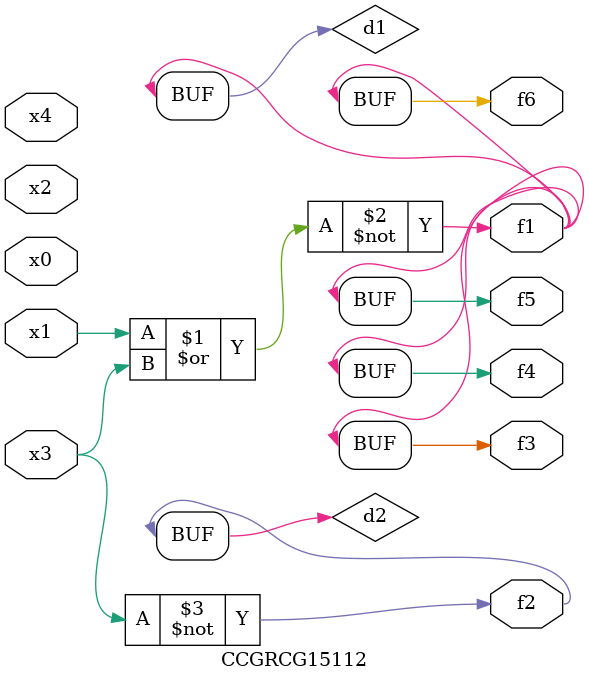
<source format=v>
module CCGRCG15112(
	input x0, x1, x2, x3, x4,
	output f1, f2, f3, f4, f5, f6
);

	wire d1, d2;

	nor (d1, x1, x3);
	not (d2, x3);
	assign f1 = d1;
	assign f2 = d2;
	assign f3 = d1;
	assign f4 = d1;
	assign f5 = d1;
	assign f6 = d1;
endmodule

</source>
